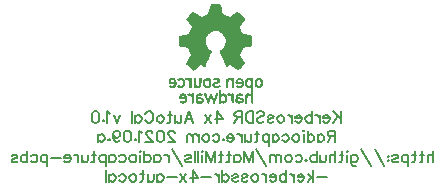
<source format=gbo>
G04 Layer: BottomSilkLayer*
G04 EasyEDA v6.4.25, 2021-09-22T10:01:34+05:30*
G04 8cc9cb2f6d7c45b292ba83ed26aff0c4,f7b9aed3ca5c4f10b20383f968238e49,10*
G04 Gerber Generator version 0.2*
G04 Scale: 100 percent, Rotated: No, Reflected: No *
G04 Dimensions in inches *
G04 leading zeros omitted , absolute positions ,3 integer and 6 decimal *
%FSLAX36Y36*%
%MOIN*%

%ADD13C,0.0060*%

%LPD*%
G36*
X1001820Y619900D02*
G01*
X994900Y586680D01*
X988240Y583800D01*
X972159Y577260D01*
X956320Y588140D01*
X951400Y591380D01*
X947480Y593840D01*
X945020Y595200D01*
X944479Y595380D01*
X943980Y595160D01*
X941740Y593400D01*
X938240Y590240D01*
X933900Y586080D01*
X928480Y580620D01*
X924060Y575880D01*
X922620Y574140D01*
X921660Y572780D01*
X921120Y571720D01*
X920960Y570900D01*
X921140Y570300D01*
X938820Y544260D01*
X932720Y529880D01*
X931020Y526300D01*
X929640Y523640D01*
X928720Y522280D01*
X928160Y521960D01*
X927099Y521520D01*
X923740Y520480D01*
X919140Y519300D01*
X908379Y516980D01*
X903640Y515860D01*
X900060Y514920D01*
X898160Y514280D01*
X897520Y513860D01*
X897039Y513180D01*
X896660Y512180D01*
X896380Y510680D01*
X896200Y508600D01*
X896020Y502160D01*
X896080Y490180D01*
X896380Y485060D01*
X896660Y483220D01*
X897060Y481800D01*
X897600Y480720D01*
X898300Y479960D01*
X899160Y479440D01*
X900200Y479140D01*
X901480Y479000D01*
X904440Y478900D01*
X908600Y478360D01*
X913680Y477480D01*
X918900Y476380D01*
X923480Y475260D01*
X926620Y474260D01*
X927400Y473860D01*
X928300Y472540D01*
X929720Y469680D01*
X931480Y465740D01*
X933400Y461100D01*
X938040Y449400D01*
X927520Y434020D01*
X922020Y425620D01*
X920699Y423360D01*
X920520Y422920D01*
X920960Y422200D01*
X924040Y418740D01*
X929020Y413540D01*
X934700Y407819D01*
X939880Y402819D01*
X943340Y399739D01*
X944060Y399300D01*
X945420Y399980D01*
X948439Y401840D01*
X957660Y407960D01*
X970380Y416599D01*
X976300Y413440D01*
X978880Y412200D01*
X980980Y411440D01*
X982500Y411180D01*
X983400Y411440D01*
X983960Y412239D01*
X985759Y415800D01*
X988199Y421280D01*
X992960Y433260D01*
X995160Y438500D01*
X1000620Y451060D01*
X1003340Y457800D01*
X1005140Y462580D01*
X1005480Y463720D01*
X1005040Y464640D01*
X1003660Y466240D01*
X1001580Y468260D01*
X996760Y472420D01*
X994740Y474400D01*
X992920Y476400D01*
X991320Y478459D01*
X989920Y480560D01*
X988700Y482740D01*
X987700Y484980D01*
X986900Y487299D01*
X986260Y489700D01*
X985819Y492200D01*
X985560Y494820D01*
X985480Y497520D01*
X985560Y500000D01*
X985780Y502420D01*
X986180Y504760D01*
X986720Y507020D01*
X987420Y509219D01*
X988259Y511340D01*
X989260Y513400D01*
X990400Y515360D01*
X991700Y517239D01*
X993139Y519040D01*
X994720Y520760D01*
X996440Y522380D01*
X998319Y523920D01*
X1000320Y525380D01*
X1002480Y526740D01*
X1004760Y528000D01*
X1006500Y528760D01*
X1008460Y529400D01*
X1010620Y529920D01*
X1012900Y530320D01*
X1015300Y530580D01*
X1017760Y530740D01*
X1020220Y530740D01*
X1022640Y530640D01*
X1024980Y530380D01*
X1027180Y530000D01*
X1029220Y529500D01*
X1031060Y528840D01*
X1032960Y527960D01*
X1034820Y526900D01*
X1036660Y525660D01*
X1038439Y524300D01*
X1040160Y522800D01*
X1041820Y521200D01*
X1043379Y519480D01*
X1044880Y517660D01*
X1046260Y515760D01*
X1047540Y513800D01*
X1048680Y511780D01*
X1049720Y509700D01*
X1050620Y507600D01*
X1051360Y505480D01*
X1051940Y503360D01*
X1052380Y501240D01*
X1052580Y499099D01*
X1052560Y496860D01*
X1052340Y494520D01*
X1051900Y492140D01*
X1051260Y489720D01*
X1050440Y487299D01*
X1049460Y484900D01*
X1048319Y482520D01*
X1047039Y480220D01*
X1045620Y478000D01*
X1044100Y475900D01*
X1042460Y473940D01*
X1040740Y472140D01*
X1038940Y470520D01*
X1037080Y469120D01*
X1033800Y467120D01*
X1032900Y466160D01*
X1032460Y464900D01*
X1032500Y463160D01*
X1033060Y460780D01*
X1034140Y457580D01*
X1043020Y436100D01*
X1051740Y415480D01*
X1053140Y412580D01*
X1053940Y411220D01*
X1054840Y411019D01*
X1056500Y411340D01*
X1058700Y412120D01*
X1061280Y413300D01*
X1067520Y416460D01*
X1085520Y403880D01*
X1091900Y399720D01*
X1092460Y399820D01*
X1093460Y400400D01*
X1094820Y401380D01*
X1098380Y404320D01*
X1102660Y408160D01*
X1107100Y412400D01*
X1111220Y416540D01*
X1114480Y420080D01*
X1115620Y421480D01*
X1116340Y422540D01*
X1116600Y423220D01*
X1116440Y423720D01*
X1115140Y426079D01*
X1112820Y429820D01*
X1109760Y434480D01*
X1099460Y449580D01*
X1105700Y465400D01*
X1107420Y469300D01*
X1108800Y472140D01*
X1109700Y473560D01*
X1110420Y474000D01*
X1113480Y475060D01*
X1118040Y476260D01*
X1123320Y477400D01*
X1128520Y478340D01*
X1130840Y478680D01*
X1136020Y479080D01*
X1137520Y479400D01*
X1138780Y479860D01*
X1139640Y480439D01*
X1140020Y481160D01*
X1140340Y482480D01*
X1140820Y486580D01*
X1141120Y492040D01*
X1141200Y498120D01*
X1141100Y504140D01*
X1140780Y509400D01*
X1140560Y511520D01*
X1140280Y513180D01*
X1139960Y514300D01*
X1139580Y514799D01*
X1134260Y516040D01*
X1115460Y520000D01*
X1112800Y520680D01*
X1110860Y521360D01*
X1109460Y522080D01*
X1108420Y522920D01*
X1107580Y523960D01*
X1105820Y526980D01*
X1105040Y528580D01*
X1104500Y529920D01*
X1104020Y531860D01*
X1102460Y535880D01*
X1098480Y544420D01*
X1112600Y565320D01*
X1115060Y569140D01*
X1116420Y571440D01*
X1116600Y571860D01*
X1116160Y572580D01*
X1113080Y576040D01*
X1108080Y581200D01*
X1102380Y586900D01*
X1097200Y591880D01*
X1093720Y594940D01*
X1093020Y595380D01*
X1091580Y594680D01*
X1088360Y592740D01*
X1078520Y586360D01*
X1065000Y577320D01*
X1042480Y586560D01*
X1039960Y597520D01*
X1038680Y603920D01*
X1036740Y616360D01*
X1036380Y618100D01*
X1036100Y618980D01*
X1035660Y619160D01*
X1032920Y619500D01*
X1028199Y619740D01*
X1022099Y619880D01*
G37*
G36*
X1128180Y374920D02*
G01*
X1126280Y374760D01*
X1124460Y374260D01*
X1122740Y373480D01*
X1121160Y372400D01*
X1119780Y371019D01*
X1118100Y368740D01*
X1117140Y366340D01*
X1116700Y363020D01*
X1116611Y356320D01*
X1124320Y356320D01*
X1124400Y358700D01*
X1124760Y361320D01*
X1125420Y364280D01*
X1126220Y365980D01*
X1127480Y366840D01*
X1129480Y367200D01*
X1131280Y367260D01*
X1132740Y367020D01*
X1133900Y366480D01*
X1134800Y365560D01*
X1135460Y364240D01*
X1135900Y362480D01*
X1136140Y360260D01*
X1136220Y357520D01*
X1135980Y353060D01*
X1135040Y350500D01*
X1132960Y349340D01*
X1129340Y349060D01*
X1127920Y349280D01*
X1126700Y349940D01*
X1125740Y351019D01*
X1125000Y352460D01*
X1124520Y354240D01*
X1124320Y356320D01*
X1116611Y356320D01*
X1116700Y352760D01*
X1116880Y350959D01*
X1117200Y349520D01*
X1117700Y348300D01*
X1118440Y347180D01*
X1119440Y346000D01*
X1120780Y344640D01*
X1122460Y343120D01*
X1124080Y341940D01*
X1125680Y341140D01*
X1127240Y340680D01*
X1128800Y340580D01*
X1130340Y340840D01*
X1131900Y341440D01*
X1133500Y342380D01*
X1136220Y344300D01*
X1136160Y326060D01*
X1135880Y322620D01*
X1135240Y321360D01*
X1134080Y321540D01*
X1131920Y322360D01*
X1129940Y322900D01*
X1128100Y323140D01*
X1126380Y323080D01*
X1124760Y322740D01*
X1123220Y322080D01*
X1121740Y321120D01*
X1120320Y319880D01*
X1119100Y318620D01*
X1118180Y317500D01*
X1117520Y316340D01*
X1117080Y314900D01*
X1116800Y313000D01*
X1116660Y310460D01*
X1116600Y289000D01*
X1123960Y289000D01*
X1123960Y299900D01*
X1124060Y305460D01*
X1124420Y309240D01*
X1125120Y311780D01*
X1126280Y313660D01*
X1127620Y315100D01*
X1128820Y315800D01*
X1130200Y315840D01*
X1132100Y315300D01*
X1133260Y314880D01*
X1134120Y314400D01*
X1134760Y313720D01*
X1135240Y312680D01*
X1135560Y311120D01*
X1135800Y308900D01*
X1136820Y289620D01*
X1143560Y288840D01*
X1143560Y374799D01*
X1139900Y374799D01*
X1138460Y374700D01*
X1137300Y374420D01*
X1136500Y374020D01*
X1136220Y373519D01*
X1136080Y373040D01*
X1135640Y372860D01*
X1134900Y373040D01*
X1132000Y374320D01*
X1130100Y374780D01*
G37*
G36*
X1162180Y374840D02*
G01*
X1160040Y374620D01*
X1157900Y374080D01*
X1155820Y373220D01*
X1154200Y372180D01*
X1152760Y370820D01*
X1151540Y369180D01*
X1150540Y367299D01*
X1149720Y365240D01*
X1149120Y363040D01*
X1148740Y360720D01*
X1148580Y358360D01*
X1148605Y356880D01*
X1155880Y356880D01*
X1155880Y359000D01*
X1156060Y361040D01*
X1156440Y362900D01*
X1157020Y364420D01*
X1157740Y365520D01*
X1159960Y366920D01*
X1162520Y367360D01*
X1165020Y366860D01*
X1167020Y365420D01*
X1167620Y364340D01*
X1168080Y362800D01*
X1168420Y360940D01*
X1168600Y358880D01*
X1168640Y356740D01*
X1168520Y354660D01*
X1168240Y352780D01*
X1167780Y351200D01*
X1165840Y349480D01*
X1162600Y348960D01*
X1159300Y349620D01*
X1157100Y351420D01*
X1156480Y352980D01*
X1156080Y354840D01*
X1155880Y356880D01*
X1148605Y356880D01*
X1148620Y356000D01*
X1148860Y353660D01*
X1149340Y351400D01*
X1150020Y349280D01*
X1150940Y347299D01*
X1152060Y345560D01*
X1153420Y344060D01*
X1154980Y342879D01*
X1157200Y341700D01*
X1159340Y340920D01*
X1161420Y340540D01*
X1163460Y340560D01*
X1165480Y340980D01*
X1167480Y341800D01*
X1169460Y343040D01*
X1171460Y344680D01*
X1172960Y346060D01*
X1174100Y347239D01*
X1174900Y348340D01*
X1175460Y349540D01*
X1175780Y350980D01*
X1175960Y352800D01*
X1176040Y358260D01*
X1175960Y363620D01*
X1175500Y366840D01*
X1174300Y369020D01*
X1172040Y371220D01*
X1170300Y372560D01*
X1168400Y373579D01*
X1166400Y374320D01*
X1164320Y374739D01*
G37*
G36*
X935220Y374799D02*
G01*
X933800Y374700D01*
X932640Y374420D01*
X931840Y374020D01*
X931560Y373519D01*
X931420Y373040D01*
X930980Y372860D01*
X930240Y373040D01*
X929180Y373519D01*
X926560Y374440D01*
X923560Y374739D01*
X920540Y374420D01*
X917880Y373459D01*
X915400Y372140D01*
X917960Y369380D01*
X919340Y368160D01*
X920759Y367400D01*
X922300Y367080D01*
X925980Y367239D01*
X927580Y366820D01*
X928880Y365900D01*
X929900Y364380D01*
X930660Y362280D01*
X931160Y359500D01*
X931460Y356040D01*
X931560Y351840D01*
X931560Y341700D01*
X938900Y341700D01*
X938900Y374799D01*
G37*
G36*
X945040Y374799D02*
G01*
X945040Y341599D01*
X952680Y341580D01*
X960680Y341400D01*
X963300Y341440D01*
X965380Y341840D01*
X967099Y342660D01*
X968660Y343940D01*
X969479Y344840D01*
X970120Y345820D01*
X970620Y347000D01*
X971000Y348519D01*
X971280Y350520D01*
X971500Y353140D01*
X971800Y360740D01*
X972200Y374799D01*
X964640Y374799D01*
X964599Y359240D01*
X964419Y355959D01*
X964100Y353440D01*
X963560Y351599D01*
X962760Y350340D01*
X961700Y349560D01*
X960280Y349159D01*
X958520Y349060D01*
X956740Y349159D01*
X955340Y349560D01*
X954260Y350340D01*
X953480Y351599D01*
X952940Y353440D01*
X952600Y355959D01*
X952440Y359240D01*
X952380Y374799D01*
G37*
G36*
X990980Y374799D02*
G01*
X988900Y374660D01*
X986900Y374219D01*
X985000Y373519D01*
X983220Y372540D01*
X981600Y371300D01*
X979539Y369219D01*
X978280Y367140D01*
X977580Y364440D01*
X977159Y360540D01*
X977101Y358540D01*
X984280Y358540D01*
X984440Y360700D01*
X984820Y362680D01*
X985400Y364340D01*
X986180Y365520D01*
X988319Y366880D01*
X990860Y367380D01*
X993319Y366980D01*
X995200Y365700D01*
X995740Y364480D01*
X996120Y362460D01*
X996300Y359840D01*
X996260Y356820D01*
X995900Y349680D01*
X991660Y349260D01*
X989640Y349219D01*
X988040Y349480D01*
X986800Y350080D01*
X985840Y351040D01*
X985120Y352440D01*
X984620Y354260D01*
X984340Y356340D01*
X984280Y358540D01*
X977101Y358540D01*
X977060Y357120D01*
X977240Y354020D01*
X977740Y351240D01*
X978520Y348780D01*
X979599Y346659D01*
X980980Y344840D01*
X982680Y343340D01*
X984659Y342160D01*
X986780Y341340D01*
X988940Y340880D01*
X991060Y340780D01*
X993180Y341019D01*
X995220Y341620D01*
X997220Y342560D01*
X999100Y343860D01*
X1000879Y345480D01*
X1002820Y347720D01*
X1003900Y349940D01*
X1004360Y352920D01*
X1004479Y357460D01*
X1004360Y360660D01*
X1004040Y363500D01*
X1003500Y366000D01*
X1002720Y368160D01*
X1001740Y369980D01*
X1000500Y371480D01*
X999040Y372680D01*
X997360Y373560D01*
X995220Y374260D01*
X993100Y374680D01*
G37*
G36*
X874060Y374760D02*
G01*
X872000Y374480D01*
X869900Y373880D01*
X867800Y372939D01*
X866200Y372020D01*
X864880Y371000D01*
X863820Y369840D01*
X863000Y368540D01*
X862400Y367020D01*
X862000Y365240D01*
X861846Y363920D01*
X869040Y363920D01*
X870520Y365980D01*
X871340Y366540D01*
X872500Y367000D01*
X873820Y367320D01*
X875180Y367440D01*
X877580Y367100D01*
X879539Y366120D01*
X880840Y364700D01*
X881300Y362900D01*
X880939Y362200D01*
X879820Y361700D01*
X877920Y361400D01*
X875180Y361320D01*
X871360Y361599D01*
X869320Y362460D01*
X869040Y363920D01*
X861846Y363920D01*
X861760Y363180D01*
X861700Y355180D01*
X871500Y355180D01*
X876340Y355100D01*
X879340Y354820D01*
X880879Y354260D01*
X881300Y353380D01*
X881060Y352500D01*
X880380Y351480D01*
X879360Y350439D01*
X878139Y349500D01*
X876360Y348480D01*
X874800Y348060D01*
X873080Y348220D01*
X868740Y349560D01*
X867020Y349780D01*
X865540Y349620D01*
X864120Y349040D01*
X862380Y347700D01*
X862180Y346260D01*
X863600Y344640D01*
X866640Y342740D01*
X868520Y341820D01*
X870280Y341160D01*
X871979Y340740D01*
X873660Y340600D01*
X875340Y340680D01*
X877060Y341040D01*
X878900Y341640D01*
X880860Y342480D01*
X882960Y343660D01*
X884700Y345060D01*
X886080Y346700D01*
X887140Y348620D01*
X887900Y350860D01*
X888340Y353459D01*
X888520Y356460D01*
X888420Y359860D01*
X888020Y364280D01*
X887320Y367120D01*
X886000Y369200D01*
X883740Y371320D01*
X881919Y372640D01*
X880020Y373640D01*
X878080Y374340D01*
X876100Y374700D01*
G37*
G36*
X1075880Y374760D02*
G01*
X1073520Y374360D01*
X1072480Y373519D01*
X1072340Y373040D01*
X1071920Y372860D01*
X1071180Y373040D01*
X1070120Y373519D01*
X1067020Y374560D01*
X1063620Y374680D01*
X1060280Y373900D01*
X1057340Y372260D01*
X1056300Y371400D01*
X1055500Y370540D01*
X1054920Y369540D01*
X1054540Y368180D01*
X1054300Y366300D01*
X1054160Y363720D01*
X1054100Y341700D01*
X1057160Y341700D01*
X1058920Y341880D01*
X1059840Y343020D01*
X1060180Y346040D01*
X1060320Y355740D01*
X1060600Y359020D01*
X1061060Y361719D01*
X1061740Y363860D01*
X1062640Y365460D01*
X1063780Y366580D01*
X1065160Y367239D01*
X1066800Y367440D01*
X1068420Y367320D01*
X1069720Y366900D01*
X1070700Y366100D01*
X1071440Y364799D01*
X1071960Y362960D01*
X1072280Y360439D01*
X1072440Y357200D01*
X1072480Y341700D01*
X1081060Y341700D01*
X1081040Y360600D01*
X1080920Y366360D01*
X1080700Y370820D01*
X1080420Y373500D01*
X1080240Y373980D01*
X1078480Y374660D01*
G37*
G36*
X902140Y374680D02*
G01*
X900000Y374540D01*
X897880Y374099D01*
X895840Y373380D01*
X893860Y372360D01*
X891200Y370540D01*
X890100Y369140D01*
X890520Y367900D01*
X892360Y366480D01*
X893620Y365840D01*
X894820Y365580D01*
X895980Y365700D01*
X899580Y367160D01*
X901860Y367460D01*
X903940Y367160D01*
X905780Y366300D01*
X907320Y364900D01*
X908480Y363000D01*
X909240Y360660D01*
X909500Y357900D01*
X909120Y353820D01*
X907920Y351079D01*
X905800Y349540D01*
X902620Y349060D01*
X900780Y349159D01*
X898920Y349400D01*
X897280Y349780D01*
X894940Y350680D01*
X893900Y350660D01*
X892880Y350160D01*
X891800Y349140D01*
X890720Y347819D01*
X890420Y346820D01*
X890980Y345780D01*
X892420Y344340D01*
X894220Y342939D01*
X896160Y341880D01*
X898240Y341160D01*
X900400Y340780D01*
X902580Y340720D01*
X904780Y340980D01*
X906919Y341560D01*
X908960Y342420D01*
X910879Y343579D01*
X912640Y345020D01*
X914160Y346740D01*
X915440Y348720D01*
X916000Y350240D01*
X916420Y352280D01*
X916700Y354700D01*
X916800Y357340D01*
X916760Y360000D01*
X916540Y362580D01*
X916180Y364880D01*
X915660Y366740D01*
X914860Y368160D01*
X913620Y369680D01*
X912099Y371140D01*
X910440Y372340D01*
X908480Y373360D01*
X906420Y374099D01*
X904300Y374540D01*
G37*
G36*
X1098480Y374540D02*
G01*
X1096540Y374340D01*
X1094660Y373880D01*
X1092880Y373160D01*
X1091220Y372239D01*
X1089680Y371079D01*
X1088320Y369739D01*
X1087140Y368240D01*
X1086180Y366560D01*
X1085440Y364739D01*
X1085245Y363920D01*
X1093320Y363920D01*
X1094800Y365980D01*
X1095620Y366540D01*
X1096760Y367000D01*
X1098100Y367320D01*
X1099440Y367440D01*
X1101860Y367100D01*
X1103800Y366120D01*
X1105100Y364700D01*
X1105580Y362900D01*
X1105220Y362200D01*
X1104100Y361700D01*
X1102180Y361400D01*
X1099440Y361320D01*
X1095640Y361599D01*
X1093600Y362460D01*
X1093320Y363920D01*
X1085245Y363920D01*
X1084980Y362800D01*
X1084820Y360740D01*
X1084960Y358579D01*
X1085420Y357040D01*
X1086800Y356160D01*
X1089880Y355700D01*
X1099180Y355240D01*
X1102060Y354900D01*
X1104100Y354420D01*
X1105340Y353800D01*
X1105760Y353000D01*
X1105420Y352020D01*
X1104300Y350860D01*
X1102420Y349500D01*
X1100620Y348480D01*
X1099060Y348060D01*
X1097340Y348220D01*
X1093020Y349560D01*
X1091300Y349780D01*
X1089800Y349620D01*
X1088380Y349040D01*
X1086640Y347700D01*
X1086460Y346260D01*
X1087860Y344640D01*
X1090920Y342740D01*
X1092860Y341800D01*
X1094700Y341120D01*
X1096480Y340720D01*
X1098240Y340600D01*
X1099980Y340740D01*
X1101780Y341140D01*
X1103640Y341820D01*
X1105600Y342760D01*
X1107260Y343860D01*
X1108720Y345240D01*
X1109960Y346880D01*
X1111000Y348740D01*
X1111800Y350740D01*
X1112400Y352879D01*
X1112800Y355120D01*
X1112960Y357400D01*
X1112900Y359680D01*
X1112640Y361920D01*
X1112140Y364099D01*
X1111420Y366160D01*
X1110480Y368060D01*
X1109320Y369780D01*
X1107940Y371260D01*
X1106340Y372460D01*
X1104400Y373440D01*
X1102440Y374120D01*
X1100440Y374480D01*
G37*
G36*
X1023780Y374500D02*
G01*
X1020440Y374460D01*
X1017039Y374099D01*
X1013880Y373440D01*
X1011240Y372520D01*
X1009419Y371420D01*
X1008760Y370140D01*
X1009460Y368400D01*
X1011140Y366900D01*
X1013180Y366040D01*
X1014920Y366260D01*
X1017860Y367239D01*
X1021460Y367420D01*
X1024659Y366820D01*
X1026380Y365560D01*
X1026080Y364000D01*
X1024260Y362640D01*
X1021260Y361680D01*
X1017540Y361320D01*
X1014960Y360940D01*
X1012660Y359900D01*
X1010699Y358340D01*
X1009180Y356340D01*
X1008139Y354060D01*
X1007680Y351599D01*
X1007860Y349080D01*
X1008740Y346640D01*
X1009580Y345480D01*
X1010800Y344380D01*
X1012320Y343340D01*
X1014060Y342400D01*
X1015960Y341620D01*
X1017940Y341000D01*
X1019920Y340620D01*
X1021820Y340480D01*
X1023560Y340680D01*
X1025660Y341220D01*
X1027960Y342020D01*
X1030260Y343000D01*
X1032360Y344060D01*
X1034100Y345120D01*
X1035280Y346079D01*
X1035720Y346880D01*
X1035020Y348900D01*
X1033100Y349980D01*
X1030180Y350120D01*
X1026500Y349219D01*
X1023740Y348340D01*
X1021640Y347980D01*
X1019840Y348160D01*
X1017980Y348820D01*
X1016460Y349640D01*
X1015540Y350439D01*
X1015240Y351200D01*
X1015560Y351940D01*
X1016460Y352660D01*
X1017980Y353340D01*
X1020100Y354000D01*
X1025620Y355300D01*
X1028020Y356140D01*
X1030040Y357140D01*
X1031660Y358320D01*
X1032900Y359660D01*
X1033780Y361200D01*
X1034300Y362920D01*
X1034460Y364820D01*
X1034100Y367380D01*
X1033060Y369640D01*
X1031360Y371620D01*
X1028980Y373320D01*
X1026720Y374120D01*
G37*
G36*
X1030819Y335580D02*
G01*
X1030819Y307860D01*
X1037060Y307860D01*
X1037260Y310120D01*
X1037960Y311820D01*
X1039260Y313380D01*
X1041280Y315040D01*
X1043160Y315900D01*
X1044840Y315980D01*
X1046300Y315300D01*
X1047520Y313920D01*
X1048420Y311840D01*
X1049000Y309100D01*
X1049200Y305720D01*
X1048800Y301800D01*
X1047620Y298860D01*
X1045759Y297000D01*
X1043300Y296380D01*
X1040800Y296840D01*
X1039040Y298240D01*
X1037900Y300800D01*
X1037260Y304660D01*
X1037060Y307860D01*
X1030819Y307860D01*
X1030819Y289000D01*
X1033880Y289000D01*
X1035180Y289140D01*
X1036140Y289500D01*
X1036740Y290100D01*
X1036940Y290920D01*
X1037020Y291880D01*
X1037380Y292220D01*
X1038199Y291880D01*
X1041260Y289980D01*
X1042900Y289380D01*
X1044580Y289100D01*
X1046280Y289140D01*
X1048000Y289500D01*
X1049720Y290200D01*
X1051420Y291200D01*
X1053080Y292520D01*
X1054340Y293680D01*
X1055300Y294700D01*
X1056000Y295720D01*
X1056480Y296920D01*
X1056780Y298400D01*
X1056940Y300340D01*
X1057000Y309440D01*
X1056940Y311980D01*
X1056780Y313920D01*
X1056480Y315420D01*
X1056000Y316600D01*
X1055300Y317640D01*
X1054340Y318660D01*
X1053080Y319820D01*
X1051420Y321140D01*
X1049720Y322140D01*
X1048000Y322819D01*
X1046280Y323180D01*
X1044580Y323220D01*
X1042900Y322939D01*
X1041260Y322340D01*
X1039680Y321420D01*
X1036940Y319500D01*
X1036880Y332060D01*
X1036520Y334460D01*
X1035600Y335420D01*
X1033880Y335580D01*
G37*
G36*
X984080Y323320D02*
G01*
X982680Y323200D01*
X981580Y322879D01*
X980840Y322400D01*
X980560Y321800D01*
X980960Y319960D01*
X983660Y310820D01*
X985620Y304640D01*
X988439Y296240D01*
X989460Y293500D01*
X990340Y291540D01*
X991120Y290240D01*
X991880Y289460D01*
X992660Y289100D01*
X993560Y289000D01*
X994720Y289100D01*
X995699Y289420D01*
X996560Y290080D01*
X997340Y291180D01*
X998080Y292760D01*
X998860Y294980D01*
X999740Y297880D01*
X1001640Y304720D01*
X1002500Y307240D01*
X1003220Y308860D01*
X1003700Y309320D01*
X1004260Y308340D01*
X1005160Y306060D01*
X1009200Y293560D01*
X1010520Y290580D01*
X1011840Y289280D01*
X1013620Y289000D01*
X1014620Y289080D01*
X1015480Y289400D01*
X1016260Y290120D01*
X1017060Y291420D01*
X1017940Y293420D01*
X1020320Y300240D01*
X1025620Y317140D01*
X1026740Y320940D01*
X1027140Y322580D01*
X1026820Y322900D01*
X1025980Y323100D01*
X1024700Y323180D01*
X1023160Y323100D01*
X1020860Y322700D01*
X1019419Y321520D01*
X1018300Y318740D01*
X1016180Y310500D01*
X1015400Y307860D01*
X1014640Y305620D01*
X1013940Y303900D01*
X1013340Y302760D01*
X1012860Y302280D01*
X1012540Y302520D01*
X1012440Y303580D01*
X1012180Y304920D01*
X1010460Y310640D01*
X1009200Y314300D01*
X1007460Y318900D01*
X1006100Y321640D01*
X1004880Y322900D01*
X1003520Y323080D01*
X1002180Y322340D01*
X1000759Y320400D01*
X999100Y316920D01*
X995460Y307600D01*
X994160Y304600D01*
X993259Y303020D01*
X992920Y303100D01*
X992680Y304760D01*
X991240Y310800D01*
X990200Y314440D01*
X988660Y319340D01*
X987440Y322000D01*
X986060Y323100D01*
G37*
G36*
X942660Y323300D02*
G01*
X940060Y323040D01*
X938900Y322060D01*
X938760Y321560D01*
X938340Y321400D01*
X937600Y321560D01*
X936540Y322060D01*
X933880Y323020D01*
X931060Y323260D01*
X928340Y322780D01*
X925980Y321599D01*
X924659Y320560D01*
X924240Y319740D01*
X924680Y318780D01*
X926000Y317240D01*
X927240Y316100D01*
X928480Y315400D01*
X929800Y315140D01*
X932500Y315500D01*
X933940Y315440D01*
X935320Y315180D01*
X936480Y314720D01*
X937780Y313660D01*
X938500Y311620D01*
X938840Y307740D01*
X938900Y288860D01*
X946880Y289620D01*
X947280Y307960D01*
X947240Y318220D01*
X947060Y321079D01*
X946940Y321719D01*
X945380Y322819D01*
G37*
G36*
X1075740Y323280D02*
G01*
X1073400Y323060D01*
X1071880Y322100D01*
X1071400Y321640D01*
X1070740Y321480D01*
X1069880Y321640D01*
X1066440Y322980D01*
X1063880Y323260D01*
X1061320Y322960D01*
X1058920Y322060D01*
X1057660Y321280D01*
X1057200Y320520D01*
X1057500Y319460D01*
X1058560Y317740D01*
X1059720Y316220D01*
X1060900Y315400D01*
X1062400Y315180D01*
X1066360Y315660D01*
X1067880Y315500D01*
X1069060Y314880D01*
X1069940Y313660D01*
X1070600Y311780D01*
X1071040Y309140D01*
X1071320Y305640D01*
X1071880Y289620D01*
X1079220Y289620D01*
X1079640Y307960D01*
X1079660Y313660D01*
X1079580Y318220D01*
X1079420Y321079D01*
X1079300Y321719D01*
X1078000Y322819D01*
G37*
G36*
X968360Y323220D02*
G01*
X965320Y323120D01*
X962340Y322660D01*
X959599Y321860D01*
X957240Y320740D01*
X955440Y319360D01*
X954380Y317760D01*
X954080Y315940D01*
X953840Y312480D01*
X953680Y307860D01*
X953620Y302120D01*
X961100Y302120D01*
X961440Y303140D01*
X962440Y303580D01*
X964260Y303640D01*
X967039Y303360D01*
X969419Y302740D01*
X971320Y301840D01*
X972620Y300800D01*
X973240Y299680D01*
X973120Y298600D01*
X972159Y297640D01*
X970280Y296900D01*
X966580Y296340D01*
X963820Y296740D01*
X962000Y298080D01*
X961200Y300340D01*
X961100Y302120D01*
X953620Y302120D01*
X953620Y289400D01*
X963580Y289260D01*
X969180Y289280D01*
X972600Y289660D01*
X974860Y290700D01*
X977060Y292660D01*
X978560Y294360D01*
X979620Y296060D01*
X980260Y297760D01*
X980480Y299440D01*
X980260Y301120D01*
X979599Y302820D01*
X978500Y304540D01*
X977000Y306260D01*
X974920Y308100D01*
X972920Y309180D01*
X970480Y309700D01*
X963660Y309920D01*
X961820Y310260D01*
X961140Y311100D01*
X961180Y312600D01*
X961600Y314080D01*
X962640Y314920D01*
X964800Y315280D01*
X971860Y315520D01*
X974479Y316000D01*
X976420Y316720D01*
X977620Y317640D01*
X978020Y318680D01*
X977580Y319820D01*
X976260Y320980D01*
X974020Y322100D01*
X971320Y322879D01*
G37*
G36*
X910800Y323180D02*
G01*
X907540Y322740D01*
X904020Y321420D01*
X902380Y320500D01*
X900980Y319420D01*
X899800Y318140D01*
X898860Y316660D01*
X898139Y314980D01*
X897640Y313080D01*
X897550Y312440D01*
X904580Y312440D01*
X906060Y314500D01*
X908000Y315620D01*
X910400Y315900D01*
X912860Y315360D01*
X914920Y314040D01*
X916520Y312040D01*
X916420Y310740D01*
X914539Y310040D01*
X910720Y309840D01*
X906900Y310120D01*
X904860Y311000D01*
X904580Y312440D01*
X897550Y312440D01*
X897340Y310940D01*
X897240Y308560D01*
X897240Y303720D01*
X907039Y303720D01*
X911820Y303640D01*
X914820Y303360D01*
X916400Y302820D01*
X916840Y301960D01*
X916520Y300320D01*
X915660Y298920D01*
X914320Y297800D01*
X912620Y297000D01*
X910680Y296560D01*
X908600Y296500D01*
X906480Y296860D01*
X903199Y298200D01*
X902140Y298360D01*
X901180Y298120D01*
X900220Y297520D01*
X898800Y295820D01*
X898640Y294120D01*
X899740Y292460D01*
X902080Y290880D01*
X904060Y290020D01*
X906080Y289440D01*
X908160Y289140D01*
X910260Y289120D01*
X912320Y289380D01*
X914340Y289900D01*
X916300Y290700D01*
X918139Y291780D01*
X919780Y293080D01*
X921160Y294640D01*
X922340Y296380D01*
X923259Y298300D01*
X923980Y300360D01*
X924460Y302520D01*
X924720Y304740D01*
X924760Y306960D01*
X924560Y309200D01*
X924160Y311380D01*
X923520Y313460D01*
X922680Y315440D01*
X921620Y317260D01*
X920340Y318880D01*
X918840Y320280D01*
X917140Y321400D01*
X913940Y322740D01*
G37*
G36*
X1099020Y323160D02*
G01*
X1097020Y322980D01*
X1095040Y322620D01*
X1093160Y322080D01*
X1091380Y321360D01*
X1090120Y320660D01*
X1089040Y319840D01*
X1088080Y318860D01*
X1087260Y317700D01*
X1086580Y316340D01*
X1086020Y314760D01*
X1085580Y312960D01*
X1085260Y310900D01*
X1085040Y308560D01*
X1084940Y302140D01*
X1093440Y302140D01*
X1093800Y303120D01*
X1094780Y303540D01*
X1096620Y303540D01*
X1101160Y303180D01*
X1103900Y302500D01*
X1105180Y301360D01*
X1105340Y299640D01*
X1104940Y298260D01*
X1104040Y297440D01*
X1102320Y297060D01*
X1099440Y296980D01*
X1096420Y297060D01*
X1094720Y297480D01*
X1093900Y298500D01*
X1093540Y300340D01*
X1093440Y302140D01*
X1084940Y302140D01*
X1085360Y289620D01*
X1094540Y289340D01*
X1098240Y289300D01*
X1101400Y289420D01*
X1104080Y289740D01*
X1106300Y290280D01*
X1108120Y291020D01*
X1109560Y291980D01*
X1110700Y293200D01*
X1111540Y294660D01*
X1112640Y297780D01*
X1112780Y300480D01*
X1111940Y303040D01*
X1110080Y305680D01*
X1108360Y307360D01*
X1106400Y308460D01*
X1103820Y309140D01*
X1096460Y309960D01*
X1094400Y310480D01*
X1093580Y311340D01*
X1093560Y312760D01*
X1094000Y314140D01*
X1095120Y314920D01*
X1097440Y315280D01*
X1104480Y315420D01*
X1107080Y315620D01*
X1108980Y315880D01*
X1109920Y316220D01*
X1110400Y317580D01*
X1109880Y319220D01*
X1108500Y320840D01*
X1106520Y322040D01*
X1104800Y322600D01*
X1102960Y322980D01*
X1101020Y323160D01*
G37*
D13*
X1435900Y262827D02*
G01*
X1435900Y225246D01*
X1410846Y262827D02*
G01*
X1435900Y237773D01*
X1426952Y246721D02*
G01*
X1410846Y225246D01*
X1399034Y239564D02*
G01*
X1377561Y239564D01*
X1377561Y243143D01*
X1379349Y246721D01*
X1381140Y248512D01*
X1384719Y250300D01*
X1390088Y250300D01*
X1393667Y248512D01*
X1397246Y244932D01*
X1399034Y239564D01*
X1399034Y235985D01*
X1397246Y230616D01*
X1393667Y227037D01*
X1390088Y225246D01*
X1384719Y225246D01*
X1381140Y227037D01*
X1377561Y230616D01*
X1365750Y250300D02*
G01*
X1365750Y225246D01*
X1365750Y239564D02*
G01*
X1363960Y244932D01*
X1360381Y248512D01*
X1356802Y250300D01*
X1351433Y250300D01*
X1339622Y262827D02*
G01*
X1339622Y225246D01*
X1339622Y244932D02*
G01*
X1336043Y248512D01*
X1332464Y250300D01*
X1327095Y250300D01*
X1323516Y248512D01*
X1319937Y244932D01*
X1318148Y239564D01*
X1318148Y235985D01*
X1319937Y230616D01*
X1323516Y227037D01*
X1327095Y225246D01*
X1332464Y225246D01*
X1336043Y227037D01*
X1339622Y230616D01*
X1306336Y239564D02*
G01*
X1284861Y239564D01*
X1284861Y243143D01*
X1286651Y246721D01*
X1288440Y248512D01*
X1292019Y250300D01*
X1297388Y250300D01*
X1300967Y248512D01*
X1304546Y244932D01*
X1306336Y239564D01*
X1306336Y235985D01*
X1304546Y230616D01*
X1300967Y227037D01*
X1297388Y225246D01*
X1292019Y225246D01*
X1288440Y227037D01*
X1284861Y230616D01*
X1273051Y250300D02*
G01*
X1273051Y225246D01*
X1273051Y239564D02*
G01*
X1271260Y244932D01*
X1267681Y248512D01*
X1264103Y250300D01*
X1258735Y250300D01*
X1237976Y250300D02*
G01*
X1241555Y248512D01*
X1245134Y244932D01*
X1246924Y239564D01*
X1246924Y235985D01*
X1245134Y230616D01*
X1241555Y227037D01*
X1237976Y225246D01*
X1232607Y225246D01*
X1229028Y227037D01*
X1225449Y230616D01*
X1223659Y235985D01*
X1223659Y239564D01*
X1225449Y244932D01*
X1229028Y248512D01*
X1232607Y250300D01*
X1237976Y250300D01*
X1192163Y244932D02*
G01*
X1193953Y248512D01*
X1199321Y250300D01*
X1204690Y250300D01*
X1210059Y248512D01*
X1211848Y244932D01*
X1210059Y241353D01*
X1206480Y239564D01*
X1197532Y237773D01*
X1193953Y235985D01*
X1192163Y232406D01*
X1192163Y230616D01*
X1193953Y227037D01*
X1199321Y225246D01*
X1204690Y225246D01*
X1210059Y227037D01*
X1211848Y230616D01*
X1155299Y257459D02*
G01*
X1158877Y261038D01*
X1164245Y262827D01*
X1171404Y262827D01*
X1176772Y261038D01*
X1180351Y257459D01*
X1180351Y253880D01*
X1178562Y250300D01*
X1176772Y248512D01*
X1173193Y246721D01*
X1162456Y243143D01*
X1158877Y241353D01*
X1157087Y239564D01*
X1155299Y235985D01*
X1155299Y230616D01*
X1158877Y227037D01*
X1164245Y225246D01*
X1171404Y225246D01*
X1176772Y227037D01*
X1180351Y230616D01*
X1143488Y262827D02*
G01*
X1143488Y225246D01*
X1143488Y262827D02*
G01*
X1130961Y262827D01*
X1125592Y261038D01*
X1122013Y257459D01*
X1120224Y253880D01*
X1118434Y248512D01*
X1118434Y239564D01*
X1120224Y234194D01*
X1122013Y230616D01*
X1125592Y227037D01*
X1130961Y225246D01*
X1143488Y225246D01*
X1106623Y262827D02*
G01*
X1106623Y225246D01*
X1106623Y262827D02*
G01*
X1090517Y262827D01*
X1085148Y261038D01*
X1083359Y259248D01*
X1081569Y255670D01*
X1081569Y252091D01*
X1083359Y248512D01*
X1085148Y246721D01*
X1090517Y244932D01*
X1106623Y244932D01*
X1094096Y244932D02*
G01*
X1081569Y225246D01*
X1024303Y262827D02*
G01*
X1042199Y237773D01*
X1015356Y237773D01*
X1024303Y262827D02*
G01*
X1024303Y225246D01*
X1003544Y250300D02*
G01*
X983859Y225246D01*
X983859Y250300D02*
G01*
X1003544Y225246D01*
X930172Y262827D02*
G01*
X944490Y225246D01*
X930172Y262827D02*
G01*
X915857Y225246D01*
X939121Y237773D02*
G01*
X921226Y237773D01*
X904046Y250300D02*
G01*
X904046Y232406D01*
X902256Y227037D01*
X898677Y225246D01*
X893309Y225246D01*
X889730Y227037D01*
X884361Y232406D01*
X884361Y250300D02*
G01*
X884361Y225246D01*
X867181Y262827D02*
G01*
X867181Y232406D01*
X865391Y227037D01*
X861812Y225246D01*
X858233Y225246D01*
X872550Y250300D02*
G01*
X860023Y250300D01*
X837474Y250300D02*
G01*
X841053Y248512D01*
X844632Y244932D01*
X846422Y239564D01*
X846422Y235985D01*
X844632Y230616D01*
X841053Y227037D01*
X837474Y225246D01*
X832105Y225246D01*
X828526Y227037D01*
X824947Y230616D01*
X823157Y235985D01*
X823157Y239564D01*
X824947Y244932D01*
X828526Y248512D01*
X832105Y250300D01*
X837474Y250300D01*
X784504Y253880D02*
G01*
X786294Y257459D01*
X789873Y261038D01*
X793452Y262827D01*
X800610Y262827D01*
X804189Y261038D01*
X807768Y257459D01*
X809558Y253880D01*
X811347Y248512D01*
X811347Y239564D01*
X809558Y234194D01*
X807768Y230616D01*
X804189Y227037D01*
X800610Y225246D01*
X793452Y225246D01*
X789873Y227037D01*
X786294Y230616D01*
X784504Y234194D01*
X751219Y250300D02*
G01*
X751219Y225246D01*
X751219Y244932D02*
G01*
X754798Y248512D01*
X758377Y250300D01*
X763745Y250300D01*
X767324Y248512D01*
X770904Y244932D01*
X772693Y239564D01*
X772693Y235985D01*
X770904Y230616D01*
X767324Y227037D01*
X763745Y225246D01*
X758377Y225246D01*
X754798Y227037D01*
X751219Y230616D01*
X739407Y262827D02*
G01*
X739407Y225246D01*
X700036Y250300D02*
G01*
X689299Y225246D01*
X678562Y250300D02*
G01*
X689299Y225246D01*
X666752Y255670D02*
G01*
X663173Y257459D01*
X657804Y262827D01*
X657804Y225246D01*
X644204Y234194D02*
G01*
X645993Y232406D01*
X644204Y230616D01*
X642414Y232406D01*
X644204Y234194D01*
X619865Y262827D02*
G01*
X625234Y261038D01*
X628813Y255670D01*
X630603Y246721D01*
X630603Y241353D01*
X628813Y232406D01*
X625234Y227037D01*
X619865Y225246D01*
X616286Y225246D01*
X610918Y227037D01*
X607338Y232406D01*
X605549Y241353D01*
X605549Y246721D01*
X607338Y255670D01*
X610918Y261038D01*
X616286Y262827D01*
X619865Y262827D01*
X1417000Y198728D02*
G01*
X1417000Y161147D01*
X1417000Y198728D02*
G01*
X1400894Y198728D01*
X1395525Y196938D01*
X1393736Y195149D01*
X1391946Y191570D01*
X1391946Y187991D01*
X1393736Y184412D01*
X1395525Y182622D01*
X1400894Y180832D01*
X1417000Y180832D01*
X1404473Y180832D02*
G01*
X1391946Y161147D01*
X1358660Y186201D02*
G01*
X1358660Y161147D01*
X1358660Y180832D02*
G01*
X1362240Y184412D01*
X1365819Y186201D01*
X1371187Y186201D01*
X1374766Y184412D01*
X1378346Y180832D01*
X1380135Y175464D01*
X1380135Y171885D01*
X1378346Y166516D01*
X1374766Y162937D01*
X1371187Y161147D01*
X1365819Y161147D01*
X1362240Y162937D01*
X1358660Y166516D01*
X1325374Y198728D02*
G01*
X1325374Y161147D01*
X1325374Y180832D02*
G01*
X1328953Y184412D01*
X1332532Y186201D01*
X1337901Y186201D01*
X1341480Y184412D01*
X1345059Y180832D01*
X1346849Y175464D01*
X1346849Y171885D01*
X1345059Y166516D01*
X1341480Y162937D01*
X1337901Y161147D01*
X1332532Y161147D01*
X1328953Y162937D01*
X1325374Y166516D01*
X1313564Y198728D02*
G01*
X1311775Y196938D01*
X1309985Y198728D01*
X1311775Y200518D01*
X1313564Y198728D01*
X1311775Y186201D02*
G01*
X1311775Y161147D01*
X1289226Y186201D02*
G01*
X1292805Y184412D01*
X1296384Y180832D01*
X1298174Y175464D01*
X1298174Y171885D01*
X1296384Y166516D01*
X1292805Y162937D01*
X1289226Y161147D01*
X1283858Y161147D01*
X1280278Y162937D01*
X1276699Y166516D01*
X1274910Y171885D01*
X1274910Y175464D01*
X1276699Y180832D01*
X1280278Y184412D01*
X1283858Y186201D01*
X1289226Y186201D01*
X1241624Y180832D02*
G01*
X1245203Y184412D01*
X1248782Y186201D01*
X1254150Y186201D01*
X1257730Y184412D01*
X1261309Y180832D01*
X1263098Y175464D01*
X1263098Y171885D01*
X1261309Y166516D01*
X1257730Y162937D01*
X1254150Y161147D01*
X1248782Y161147D01*
X1245203Y162937D01*
X1241624Y166516D01*
X1208339Y186201D02*
G01*
X1208339Y161147D01*
X1208339Y180832D02*
G01*
X1211918Y184412D01*
X1215497Y186201D01*
X1220864Y186201D01*
X1224445Y184412D01*
X1228024Y180832D01*
X1229812Y175464D01*
X1229812Y171885D01*
X1228024Y166516D01*
X1224445Y162937D01*
X1220864Y161147D01*
X1215497Y161147D01*
X1211918Y162937D01*
X1208339Y166516D01*
X1196528Y186201D02*
G01*
X1196528Y148621D01*
X1196528Y180832D02*
G01*
X1192948Y184412D01*
X1189369Y186201D01*
X1184001Y186201D01*
X1180422Y184412D01*
X1176843Y180832D01*
X1175053Y175464D01*
X1175053Y171885D01*
X1176843Y166516D01*
X1180422Y162937D01*
X1184001Y161147D01*
X1189369Y161147D01*
X1192948Y162937D01*
X1196528Y166516D01*
X1157873Y198728D02*
G01*
X1157873Y168306D01*
X1156084Y162937D01*
X1152505Y161147D01*
X1148926Y161147D01*
X1163242Y186201D02*
G01*
X1150715Y186201D01*
X1137114Y186201D02*
G01*
X1137114Y168306D01*
X1135324Y162937D01*
X1131745Y161147D01*
X1126376Y161147D01*
X1122797Y162937D01*
X1117428Y168306D01*
X1117428Y186201D02*
G01*
X1117428Y161147D01*
X1105617Y186201D02*
G01*
X1105617Y161147D01*
X1105617Y175464D02*
G01*
X1103829Y180832D01*
X1100250Y184412D01*
X1096671Y186201D01*
X1091302Y186201D01*
X1079491Y175464D02*
G01*
X1058016Y175464D01*
X1058016Y179043D01*
X1059806Y182622D01*
X1061596Y184412D01*
X1065175Y186201D01*
X1070543Y186201D01*
X1074122Y184412D01*
X1077702Y180832D01*
X1079491Y175464D01*
X1079491Y171885D01*
X1077702Y166516D01*
X1074122Y162937D01*
X1070543Y161147D01*
X1065175Y161147D01*
X1061596Y162937D01*
X1058016Y166516D01*
X1044416Y170095D02*
G01*
X1046205Y168306D01*
X1044416Y166516D01*
X1042626Y168306D01*
X1044416Y170095D01*
X1009340Y180832D02*
G01*
X1012919Y184412D01*
X1016498Y186201D01*
X1021867Y186201D01*
X1025446Y184412D01*
X1029025Y180832D01*
X1030814Y175464D01*
X1030814Y171885D01*
X1029025Y166516D01*
X1025446Y162937D01*
X1021867Y161147D01*
X1016498Y161147D01*
X1012919Y162937D01*
X1009340Y166516D01*
X988582Y186201D02*
G01*
X992161Y184412D01*
X995740Y180832D01*
X997530Y175464D01*
X997530Y171885D01*
X995740Y166516D01*
X992161Y162937D01*
X988582Y161147D01*
X983213Y161147D01*
X979634Y162937D01*
X976055Y166516D01*
X974266Y171885D01*
X974266Y175464D01*
X976055Y180832D01*
X979634Y184412D01*
X983213Y186201D01*
X988582Y186201D01*
X962455Y186201D02*
G01*
X962455Y161147D01*
X962455Y179043D02*
G01*
X957086Y184412D01*
X953507Y186201D01*
X948138Y186201D01*
X944559Y184412D01*
X942770Y179043D01*
X942770Y161147D01*
X942770Y179043D02*
G01*
X937401Y184412D01*
X933822Y186201D01*
X928453Y186201D01*
X924874Y184412D01*
X923084Y179043D01*
X923084Y161147D01*
X881925Y189780D02*
G01*
X881925Y191570D01*
X880135Y195149D01*
X878346Y196938D01*
X874766Y198728D01*
X867608Y198728D01*
X864029Y196938D01*
X862240Y195149D01*
X860450Y191570D01*
X860450Y187991D01*
X862240Y184412D01*
X865819Y179043D01*
X883714Y161147D01*
X858660Y161147D01*
X836111Y198728D02*
G01*
X841480Y196938D01*
X845059Y191570D01*
X846849Y182622D01*
X846849Y177253D01*
X845059Y168306D01*
X841480Y162937D01*
X836111Y161147D01*
X832532Y161147D01*
X827165Y162937D01*
X823586Y168306D01*
X821795Y177253D01*
X821795Y182622D01*
X823586Y191570D01*
X827165Y196938D01*
X832532Y198728D01*
X836111Y198728D01*
X808195Y189780D02*
G01*
X808195Y191570D01*
X806406Y195149D01*
X804616Y196938D01*
X801037Y198728D01*
X793879Y198728D01*
X790300Y196938D01*
X788510Y195149D01*
X786721Y191570D01*
X786721Y187991D01*
X788510Y184412D01*
X792089Y179043D01*
X809985Y161147D01*
X784931Y161147D01*
X773120Y191570D02*
G01*
X769541Y193359D01*
X764173Y198728D01*
X764173Y161147D01*
X750571Y170095D02*
G01*
X752361Y168306D01*
X750571Y166516D01*
X748782Y168306D01*
X750571Y170095D01*
X726233Y198728D02*
G01*
X731603Y196938D01*
X735181Y191570D01*
X736970Y182622D01*
X736970Y177253D01*
X735181Y168306D01*
X731603Y162937D01*
X726233Y161147D01*
X722654Y161147D01*
X717285Y162937D01*
X713706Y168306D01*
X711918Y177253D01*
X711918Y182622D01*
X713706Y191570D01*
X717285Y196938D01*
X722654Y198728D01*
X726233Y198728D01*
X676843Y186201D02*
G01*
X678632Y180832D01*
X682211Y177253D01*
X687580Y175464D01*
X689369Y175464D01*
X694738Y177253D01*
X698317Y180832D01*
X700107Y186201D01*
X700107Y187991D01*
X698317Y193359D01*
X694738Y196938D01*
X689369Y198728D01*
X687580Y198728D01*
X682211Y196938D01*
X678632Y193359D01*
X676843Y186201D01*
X676843Y177253D01*
X678632Y168306D01*
X682211Y162937D01*
X687580Y161147D01*
X691159Y161147D01*
X696528Y162937D01*
X698317Y166516D01*
X663242Y170095D02*
G01*
X665031Y168306D01*
X663242Y166516D01*
X661452Y168306D01*
X663242Y170095D01*
X628166Y186201D02*
G01*
X628166Y161147D01*
X628166Y180832D02*
G01*
X631745Y184412D01*
X635324Y186201D01*
X640693Y186201D01*
X644272Y184412D01*
X647851Y180832D01*
X649641Y175464D01*
X649641Y171885D01*
X647851Y166516D01*
X644272Y162937D01*
X640693Y161147D01*
X635324Y161147D01*
X631745Y162937D01*
X628166Y166516D01*
X1744900Y130628D02*
G01*
X1744900Y93047D01*
X1744900Y110943D02*
G01*
X1739531Y116312D01*
X1735952Y118101D01*
X1730584Y118101D01*
X1727005Y116312D01*
X1725215Y110943D01*
X1725215Y93047D01*
X1708035Y130628D02*
G01*
X1708035Y100206D01*
X1706246Y94837D01*
X1702667Y93047D01*
X1699088Y93047D01*
X1713404Y118101D02*
G01*
X1700877Y118101D01*
X1681907Y130628D02*
G01*
X1681907Y100206D01*
X1680117Y94837D01*
X1676538Y93047D01*
X1672959Y93047D01*
X1687276Y118101D02*
G01*
X1674749Y118101D01*
X1661149Y118101D02*
G01*
X1661149Y80521D01*
X1661149Y112732D02*
G01*
X1657570Y116312D01*
X1653991Y118101D01*
X1648622Y118101D01*
X1645043Y116312D01*
X1641464Y112732D01*
X1639675Y107364D01*
X1639675Y103785D01*
X1641464Y98416D01*
X1645043Y94837D01*
X1648622Y93047D01*
X1653991Y93047D01*
X1657570Y94837D01*
X1661149Y98416D01*
X1608178Y112732D02*
G01*
X1609968Y116312D01*
X1615337Y118101D01*
X1620705Y118101D01*
X1626074Y116312D01*
X1627863Y112732D01*
X1626074Y109153D01*
X1622495Y107364D01*
X1613547Y105574D01*
X1609968Y103785D01*
X1608178Y100206D01*
X1608178Y98416D01*
X1609968Y94837D01*
X1615337Y93047D01*
X1620705Y93047D01*
X1626074Y94837D01*
X1627863Y98416D01*
X1594578Y114522D02*
G01*
X1596367Y112732D01*
X1594578Y110943D01*
X1592788Y112732D01*
X1594578Y114522D01*
X1594578Y101995D02*
G01*
X1596367Y100206D01*
X1594578Y98416D01*
X1592788Y100206D01*
X1594578Y101995D01*
X1548764Y137786D02*
G01*
X1580976Y80521D01*
X1504743Y137786D02*
G01*
X1536954Y80521D01*
X1471457Y118101D02*
G01*
X1471457Y89468D01*
X1473246Y84100D01*
X1475036Y82310D01*
X1478615Y80521D01*
X1483984Y80521D01*
X1487563Y82310D01*
X1471457Y112732D02*
G01*
X1475036Y116312D01*
X1478615Y118101D01*
X1483984Y118101D01*
X1487563Y116312D01*
X1491142Y112732D01*
X1492931Y107364D01*
X1492931Y103785D01*
X1491142Y98416D01*
X1487563Y94837D01*
X1483984Y93047D01*
X1478615Y93047D01*
X1475036Y94837D01*
X1471457Y98416D01*
X1459645Y130628D02*
G01*
X1457856Y128838D01*
X1456066Y130628D01*
X1457856Y132418D01*
X1459645Y130628D01*
X1457856Y118101D02*
G01*
X1457856Y93047D01*
X1438886Y130628D02*
G01*
X1438886Y100206D01*
X1437098Y94837D01*
X1433517Y93047D01*
X1429938Y93047D01*
X1444256Y118101D02*
G01*
X1431729Y118101D01*
X1418128Y130628D02*
G01*
X1418128Y93047D01*
X1418128Y110943D02*
G01*
X1412760Y116312D01*
X1409181Y118101D01*
X1403812Y118101D01*
X1400233Y116312D01*
X1398443Y110943D01*
X1398443Y93047D01*
X1386632Y118101D02*
G01*
X1386632Y100206D01*
X1384843Y94837D01*
X1381264Y93047D01*
X1375895Y93047D01*
X1372316Y94837D01*
X1366947Y100206D01*
X1366947Y118101D02*
G01*
X1366947Y93047D01*
X1355135Y130628D02*
G01*
X1355135Y93047D01*
X1355135Y112732D02*
G01*
X1351556Y116312D01*
X1347977Y118101D01*
X1342608Y118101D01*
X1339029Y116312D01*
X1335450Y112732D01*
X1333661Y107364D01*
X1333661Y103785D01*
X1335450Y98416D01*
X1339029Y94837D01*
X1342608Y93047D01*
X1347977Y93047D01*
X1351556Y94837D01*
X1355135Y98416D01*
X1320061Y101995D02*
G01*
X1321851Y100206D01*
X1320061Y98416D01*
X1318272Y100206D01*
X1320061Y101995D01*
X1284986Y112732D02*
G01*
X1288565Y116312D01*
X1292144Y118101D01*
X1297513Y118101D01*
X1301092Y116312D01*
X1304671Y112732D01*
X1306460Y107364D01*
X1306460Y103785D01*
X1304671Y98416D01*
X1301092Y94837D01*
X1297513Y93047D01*
X1292144Y93047D01*
X1288565Y94837D01*
X1284986Y98416D01*
X1264227Y118101D02*
G01*
X1267806Y116312D01*
X1271385Y112732D01*
X1273175Y107364D01*
X1273175Y103785D01*
X1271385Y98416D01*
X1267806Y94837D01*
X1264227Y93047D01*
X1258858Y93047D01*
X1255279Y94837D01*
X1251700Y98416D01*
X1249910Y103785D01*
X1249910Y107364D01*
X1251700Y112732D01*
X1255279Y116312D01*
X1258858Y118101D01*
X1264227Y118101D01*
X1238099Y118101D02*
G01*
X1238099Y93047D01*
X1238099Y110943D02*
G01*
X1232730Y116312D01*
X1229151Y118101D01*
X1223782Y118101D01*
X1220203Y116312D01*
X1218415Y110943D01*
X1218415Y93047D01*
X1218415Y110943D02*
G01*
X1213045Y116312D01*
X1209466Y118101D01*
X1204097Y118101D01*
X1200518Y116312D01*
X1198730Y110943D01*
X1198730Y93047D01*
X1154707Y137786D02*
G01*
X1186919Y80521D01*
X1142896Y130628D02*
G01*
X1142896Y93047D01*
X1142896Y130628D02*
G01*
X1128579Y93047D01*
X1114263Y130628D02*
G01*
X1128579Y93047D01*
X1114263Y130628D02*
G01*
X1114263Y93047D01*
X1080976Y118101D02*
G01*
X1080976Y93047D01*
X1080976Y112732D02*
G01*
X1084555Y116312D01*
X1088135Y118101D01*
X1093503Y118101D01*
X1097082Y116312D01*
X1100661Y112732D01*
X1102451Y107364D01*
X1102451Y103785D01*
X1100661Y98416D01*
X1097082Y94837D01*
X1093503Y93047D01*
X1088135Y93047D01*
X1084555Y94837D01*
X1080976Y98416D01*
X1063798Y130628D02*
G01*
X1063798Y100206D01*
X1062008Y94837D01*
X1058429Y93047D01*
X1054850Y93047D01*
X1069166Y118101D02*
G01*
X1056639Y118101D01*
X1037670Y130628D02*
G01*
X1037670Y100206D01*
X1035881Y94837D01*
X1032302Y93047D01*
X1028722Y93047D01*
X1043039Y118101D02*
G01*
X1030512Y118101D01*
X1016911Y130628D02*
G01*
X1016911Y93047D01*
X1016911Y130628D02*
G01*
X1002595Y93047D01*
X988278Y130628D02*
G01*
X1002595Y93047D01*
X988278Y130628D02*
G01*
X988278Y93047D01*
X976467Y130628D02*
G01*
X974677Y128838D01*
X972889Y130628D01*
X974677Y132418D01*
X976467Y130628D01*
X974677Y118101D02*
G01*
X974677Y93047D01*
X961078Y130628D02*
G01*
X961078Y93047D01*
X949266Y130628D02*
G01*
X949266Y93047D01*
X917770Y112732D02*
G01*
X919560Y116312D01*
X924928Y118101D01*
X930297Y118101D01*
X935666Y116312D01*
X937455Y112732D01*
X935666Y109153D01*
X932087Y107364D01*
X923139Y105574D01*
X919560Y103785D01*
X917770Y100206D01*
X917770Y98416D01*
X919560Y94837D01*
X924928Y93047D01*
X930297Y93047D01*
X935666Y94837D01*
X937455Y98416D01*
X873748Y137786D02*
G01*
X905958Y80521D01*
X861937Y118101D02*
G01*
X861937Y93047D01*
X861937Y107364D02*
G01*
X860147Y112732D01*
X856568Y116312D01*
X852989Y118101D01*
X847620Y118101D01*
X814335Y118101D02*
G01*
X814335Y93047D01*
X814335Y112732D02*
G01*
X817914Y116312D01*
X821493Y118101D01*
X826861Y118101D01*
X830440Y116312D01*
X834020Y112732D01*
X835809Y107364D01*
X835809Y103785D01*
X834020Y98416D01*
X830440Y94837D01*
X826861Y93047D01*
X821493Y93047D01*
X817914Y94837D01*
X814335Y98416D01*
X781048Y130628D02*
G01*
X781048Y93047D01*
X781048Y112732D02*
G01*
X784627Y116312D01*
X788206Y118101D01*
X793575Y118101D01*
X797154Y116312D01*
X800733Y112732D01*
X802523Y107364D01*
X802523Y103785D01*
X800733Y98416D01*
X797154Y94837D01*
X793575Y93047D01*
X788206Y93047D01*
X784627Y94837D01*
X781048Y98416D01*
X769238Y130628D02*
G01*
X767447Y128838D01*
X765659Y130628D01*
X767447Y132418D01*
X769238Y130628D01*
X767447Y118101D02*
G01*
X767447Y93047D01*
X744900Y118101D02*
G01*
X748479Y116312D01*
X752058Y112732D01*
X753848Y107364D01*
X753848Y103785D01*
X752058Y98416D01*
X748479Y94837D01*
X744900Y93047D01*
X739531Y93047D01*
X735952Y94837D01*
X732373Y98416D01*
X730584Y103785D01*
X730584Y107364D01*
X732373Y112732D01*
X735952Y116312D01*
X739531Y118101D01*
X744900Y118101D01*
X697298Y112732D02*
G01*
X700877Y116312D01*
X704456Y118101D01*
X709825Y118101D01*
X713404Y116312D01*
X716983Y112732D01*
X718773Y107364D01*
X718773Y103785D01*
X716983Y98416D01*
X713404Y94837D01*
X709825Y93047D01*
X704456Y93047D01*
X700877Y94837D01*
X697298Y98416D01*
X664011Y118101D02*
G01*
X664011Y93047D01*
X664011Y112732D02*
G01*
X667590Y116312D01*
X671170Y118101D01*
X676538Y118101D01*
X680117Y116312D01*
X683696Y112732D01*
X685486Y107364D01*
X685486Y103785D01*
X683696Y98416D01*
X680117Y94837D01*
X676538Y93047D01*
X671170Y93047D01*
X667590Y94837D01*
X664011Y98416D01*
X652201Y118101D02*
G01*
X652201Y80521D01*
X652201Y112732D02*
G01*
X648622Y116312D01*
X645043Y118101D01*
X639675Y118101D01*
X636095Y116312D01*
X632516Y112732D01*
X630727Y107364D01*
X630727Y103785D01*
X632516Y98416D01*
X636095Y94837D01*
X639675Y93047D01*
X645043Y93047D01*
X648622Y94837D01*
X652201Y98416D01*
X613547Y130628D02*
G01*
X613547Y100206D01*
X611758Y94837D01*
X608178Y93047D01*
X604599Y93047D01*
X618916Y118101D02*
G01*
X606389Y118101D01*
X592788Y118101D02*
G01*
X592788Y100206D01*
X590999Y94837D01*
X587419Y93047D01*
X582051Y93047D01*
X578472Y94837D01*
X573103Y100206D01*
X573103Y118101D02*
G01*
X573103Y93047D01*
X561291Y118101D02*
G01*
X561291Y93047D01*
X561291Y107364D02*
G01*
X559502Y112732D01*
X555924Y116312D01*
X552345Y118101D01*
X546975Y118101D01*
X535165Y107364D02*
G01*
X513690Y107364D01*
X513690Y110943D01*
X515480Y114522D01*
X517269Y116312D01*
X520848Y118101D01*
X526217Y118101D01*
X529796Y116312D01*
X533375Y112732D01*
X535165Y107364D01*
X535165Y103785D01*
X533375Y98416D01*
X529796Y94837D01*
X526217Y93047D01*
X520848Y93047D01*
X517269Y94837D01*
X513690Y98416D01*
X501879Y109153D02*
G01*
X469667Y109153D01*
X457856Y118101D02*
G01*
X457856Y80521D01*
X457856Y112732D02*
G01*
X454276Y116312D01*
X450697Y118101D01*
X445329Y118101D01*
X441749Y116312D01*
X438170Y112732D01*
X436381Y107364D01*
X436381Y103785D01*
X438170Y98416D01*
X441749Y94837D01*
X445329Y93047D01*
X450697Y93047D01*
X454276Y94837D01*
X457856Y98416D01*
X403096Y112732D02*
G01*
X406675Y116312D01*
X410253Y118101D01*
X415623Y118101D01*
X419202Y116312D01*
X422780Y112732D01*
X424571Y107364D01*
X424571Y103785D01*
X422780Y98416D01*
X419202Y94837D01*
X415623Y93047D01*
X410253Y93047D01*
X406675Y94837D01*
X403096Y98416D01*
X391285Y130628D02*
G01*
X391285Y93047D01*
X391285Y112732D02*
G01*
X387706Y116312D01*
X384127Y118101D01*
X378758Y118101D01*
X375179Y116312D01*
X371600Y112732D01*
X369811Y107364D01*
X369811Y103785D01*
X371600Y98416D01*
X375179Y94837D01*
X378758Y93047D01*
X384127Y93047D01*
X387706Y94837D01*
X391285Y98416D01*
X338314Y112732D02*
G01*
X340104Y116312D01*
X345472Y118101D01*
X350841Y118101D01*
X356210Y116312D01*
X357999Y112732D01*
X356210Y109153D01*
X352631Y107364D01*
X343683Y105574D01*
X340104Y103785D01*
X338314Y100206D01*
X338314Y98416D01*
X340104Y94837D01*
X345472Y93047D01*
X350841Y93047D01*
X356210Y94837D01*
X357999Y98416D01*
X1388800Y44953D02*
G01*
X1356588Y44953D01*
X1344776Y66428D02*
G01*
X1344776Y28847D01*
X1326882Y53901D02*
G01*
X1344776Y36006D01*
X1337618Y43164D02*
G01*
X1325091Y28847D01*
X1313281Y43164D02*
G01*
X1291806Y43164D01*
X1291806Y46743D01*
X1293596Y50322D01*
X1295386Y52112D01*
X1298965Y53901D01*
X1304333Y53901D01*
X1307912Y52112D01*
X1311491Y48532D01*
X1313281Y43164D01*
X1313281Y39585D01*
X1311491Y34216D01*
X1307912Y30637D01*
X1304333Y28847D01*
X1298965Y28847D01*
X1295386Y30637D01*
X1291806Y34216D01*
X1279995Y53901D02*
G01*
X1279995Y28847D01*
X1279995Y43164D02*
G01*
X1278206Y48532D01*
X1274627Y52112D01*
X1271048Y53901D01*
X1265679Y53901D01*
X1253867Y66428D02*
G01*
X1253867Y28847D01*
X1253867Y48532D02*
G01*
X1250288Y52112D01*
X1246709Y53901D01*
X1241340Y53901D01*
X1237761Y52112D01*
X1234182Y48532D01*
X1232392Y43164D01*
X1232392Y39585D01*
X1234182Y34216D01*
X1237761Y30637D01*
X1241340Y28847D01*
X1246709Y28847D01*
X1250288Y30637D01*
X1253867Y34216D01*
X1220581Y43164D02*
G01*
X1199108Y43164D01*
X1199108Y46743D01*
X1200897Y50322D01*
X1202687Y52112D01*
X1206266Y53901D01*
X1211635Y53901D01*
X1215214Y52112D01*
X1218793Y48532D01*
X1220581Y43164D01*
X1220581Y39585D01*
X1218793Y34216D01*
X1215214Y30637D01*
X1211635Y28847D01*
X1206266Y28847D01*
X1202687Y30637D01*
X1199108Y34216D01*
X1187297Y53901D02*
G01*
X1187297Y28847D01*
X1187297Y43164D02*
G01*
X1185507Y48532D01*
X1181928Y52112D01*
X1178349Y53901D01*
X1172980Y53901D01*
X1152222Y53901D02*
G01*
X1155801Y52112D01*
X1159380Y48532D01*
X1161169Y43164D01*
X1161169Y39585D01*
X1159380Y34216D01*
X1155801Y30637D01*
X1152222Y28847D01*
X1146853Y28847D01*
X1143274Y30637D01*
X1139695Y34216D01*
X1137905Y39585D01*
X1137905Y43164D01*
X1139695Y48532D01*
X1143274Y52112D01*
X1146853Y53901D01*
X1152222Y53901D01*
X1106408Y48532D02*
G01*
X1108198Y52112D01*
X1113566Y53901D01*
X1118935Y53901D01*
X1124304Y52112D01*
X1126093Y48532D01*
X1124304Y44953D01*
X1120725Y43164D01*
X1111777Y41374D01*
X1108198Y39585D01*
X1106408Y36006D01*
X1106408Y34216D01*
X1108198Y30637D01*
X1113566Y28847D01*
X1118935Y28847D01*
X1124304Y30637D01*
X1126093Y34216D01*
X1074913Y48532D02*
G01*
X1076703Y52112D01*
X1082071Y53901D01*
X1087440Y53901D01*
X1092809Y52112D01*
X1094598Y48532D01*
X1092809Y44953D01*
X1089229Y43164D01*
X1080282Y41374D01*
X1076703Y39585D01*
X1074913Y36006D01*
X1074913Y34216D01*
X1076703Y30637D01*
X1082071Y28847D01*
X1087440Y28847D01*
X1092809Y30637D01*
X1094598Y34216D01*
X1041627Y66428D02*
G01*
X1041627Y28847D01*
X1041627Y48532D02*
G01*
X1045207Y52112D01*
X1048786Y53901D01*
X1054154Y53901D01*
X1057733Y52112D01*
X1061313Y48532D01*
X1063102Y43164D01*
X1063102Y39585D01*
X1061313Y34216D01*
X1057733Y30637D01*
X1054154Y28847D01*
X1048786Y28847D01*
X1045207Y30637D01*
X1041627Y34216D01*
X1029816Y53901D02*
G01*
X1029816Y28847D01*
X1029816Y43164D02*
G01*
X1028026Y48532D01*
X1024447Y52112D01*
X1020868Y53901D01*
X1015499Y53901D01*
X1003688Y44953D02*
G01*
X971476Y44953D01*
X941771Y66428D02*
G01*
X959666Y41374D01*
X932823Y41374D01*
X941771Y66428D02*
G01*
X941771Y28847D01*
X921012Y53901D02*
G01*
X901327Y28847D01*
X901327Y53901D02*
G01*
X921012Y28847D01*
X889515Y44953D02*
G01*
X857303Y44953D01*
X824018Y53901D02*
G01*
X824018Y28847D01*
X824018Y48532D02*
G01*
X827597Y52112D01*
X831177Y53901D01*
X836545Y53901D01*
X840124Y52112D01*
X843703Y48532D01*
X845493Y43164D01*
X845493Y39585D01*
X843703Y34216D01*
X840124Y30637D01*
X836545Y28847D01*
X831177Y28847D01*
X827597Y30637D01*
X824018Y34216D01*
X812207Y53901D02*
G01*
X812207Y36006D01*
X810418Y30637D01*
X806839Y28847D01*
X801470Y28847D01*
X797891Y30637D01*
X792522Y36006D01*
X792522Y53901D02*
G01*
X792522Y28847D01*
X775342Y66428D02*
G01*
X775342Y36006D01*
X773552Y30637D01*
X769973Y28847D01*
X766394Y28847D01*
X780711Y53901D02*
G01*
X768184Y53901D01*
X745635Y53901D02*
G01*
X749214Y52112D01*
X752793Y48532D01*
X754583Y43164D01*
X754583Y39585D01*
X752793Y34216D01*
X749214Y30637D01*
X745635Y28847D01*
X740266Y28847D01*
X736687Y30637D01*
X733108Y34216D01*
X731320Y39585D01*
X731320Y43164D01*
X733108Y48532D01*
X736687Y52112D01*
X740266Y53901D01*
X745635Y53901D01*
X698034Y48532D02*
G01*
X701613Y52112D01*
X705192Y53901D01*
X710561Y53901D01*
X714140Y52112D01*
X717719Y48532D01*
X719509Y43164D01*
X719509Y39585D01*
X717719Y34216D01*
X714140Y30637D01*
X710561Y28847D01*
X705192Y28847D01*
X701613Y30637D01*
X698034Y34216D01*
X664748Y53901D02*
G01*
X664748Y28847D01*
X664748Y48532D02*
G01*
X668328Y52112D01*
X671907Y53901D01*
X677275Y53901D01*
X680854Y52112D01*
X684434Y48532D01*
X686223Y43164D01*
X686223Y39585D01*
X684434Y34216D01*
X680854Y30637D01*
X677275Y28847D01*
X671907Y28847D01*
X668328Y30637D01*
X664748Y34216D01*
X652936Y66428D02*
G01*
X652936Y28847D01*
M02*

</source>
